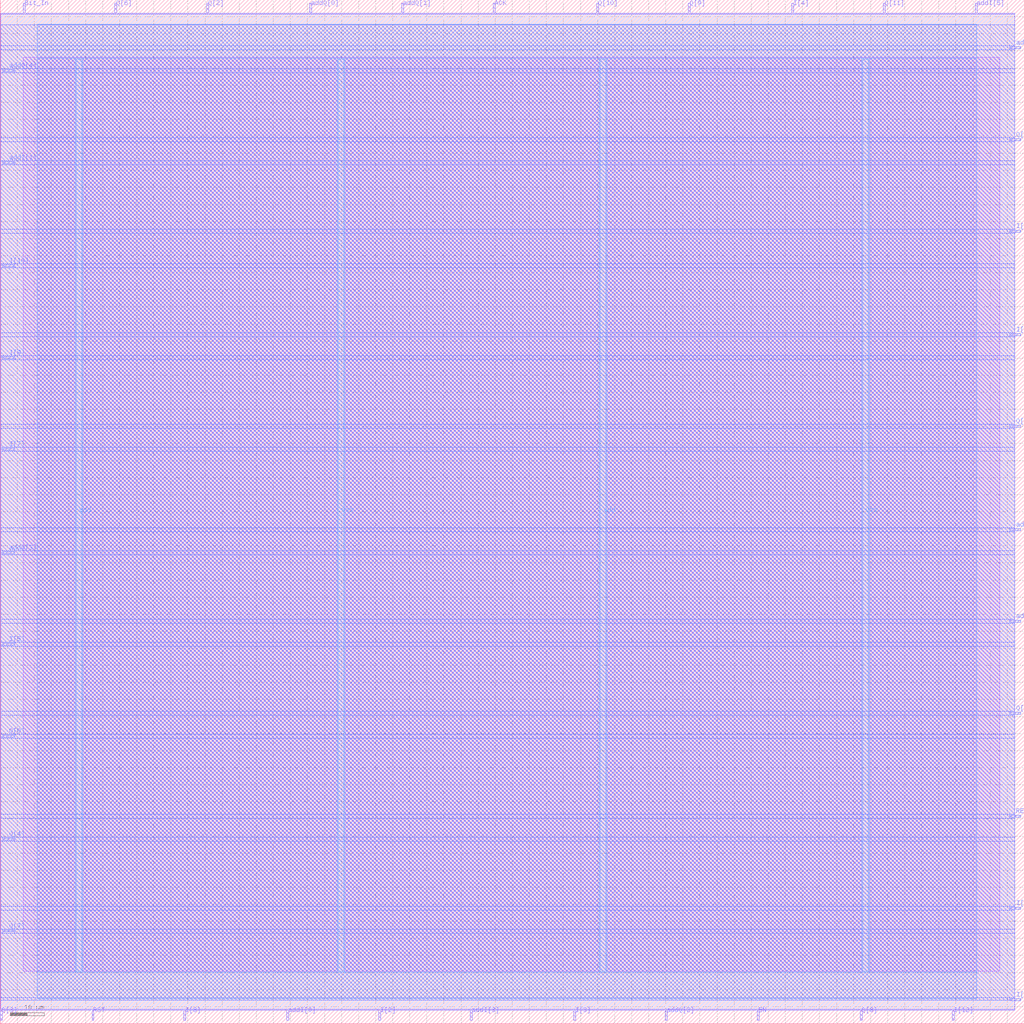
<source format=lef>
VERSION 5.7 ;
  NOWIREEXTENSIONATPIN ON ;
  DIVIDERCHAR "/" ;
  BUSBITCHARS "[]" ;
MACRO OQPSK_RCOSINE_ALL
  CLASS BLOCK ;
  FOREIGN OQPSK_RCOSINE_ALL ;
  ORIGIN 0.000 0.000 ;
  SIZE 300.000 BY 300.000 ;
  PIN ACK
    DIRECTION INPUT ;
    USE SIGNAL ;
    PORT
      LAYER Metal2 ;
        RECT 144.480 296.000 145.040 299.000 ;
    END
  END ACK
  PIN Bit_In
    DIRECTION INPUT ;
    USE SIGNAL ;
    PORT
      LAYER Metal2 ;
        RECT 6.720 296.000 7.280 299.000 ;
    END
  END Bit_In
  PIN EN
    DIRECTION INPUT ;
    USE SIGNAL ;
    PORT
      LAYER Metal2 ;
        RECT 221.760 1.000 222.320 4.000 ;
    END
  END EN
  PIN I[0]
    DIRECTION OUTPUT TRISTATE ;
    USE SIGNAL ;
    PORT
      LAYER Metal3 ;
        RECT 296.000 33.600 299.000 34.160 ;
    END
  END I[0]
  PIN I[10]
    DIRECTION OUTPUT TRISTATE ;
    USE SIGNAL ;
    PORT
      LAYER Metal3 ;
        RECT 1.000 221.760 4.000 222.320 ;
    END
  END I[10]
  PIN I[11]
    DIRECTION OUTPUT TRISTATE ;
    USE SIGNAL ;
    PORT
      LAYER Metal3 ;
        RECT 296.000 6.720 299.000 7.280 ;
    END
  END I[11]
  PIN I[12]
    DIRECTION OUTPUT TRISTATE ;
    USE SIGNAL ;
    PORT
      LAYER Metal2 ;
        RECT 278.880 1.000 279.440 4.000 ;
    END
  END I[12]
  PIN I[1]
    DIRECTION OUTPUT TRISTATE ;
    USE SIGNAL ;
    PORT
      LAYER Metal3 ;
        RECT 296.000 201.600 299.000 202.160 ;
    END
  END I[1]
  PIN I[2]
    DIRECTION OUTPUT TRISTATE ;
    USE SIGNAL ;
    PORT
      LAYER Metal2 ;
        RECT 110.880 1.000 111.440 4.000 ;
    END
  END I[2]
  PIN I[3]
    DIRECTION OUTPUT TRISTATE ;
    USE SIGNAL ;
    PORT
      LAYER Metal2 ;
        RECT 168.000 1.000 168.560 4.000 ;
    END
  END I[3]
  PIN I[4]
    DIRECTION OUTPUT TRISTATE ;
    USE SIGNAL ;
    PORT
      LAYER Metal2 ;
        RECT 231.840 296.000 232.400 299.000 ;
    END
  END I[4]
  PIN I[5]
    DIRECTION OUTPUT TRISTATE ;
    USE SIGNAL ;
    PORT
      LAYER Metal3 ;
        RECT 1.000 110.880 4.000 111.440 ;
    END
  END I[5]
  PIN I[6]
    DIRECTION OUTPUT TRISTATE ;
    USE SIGNAL ;
    PORT
      LAYER Metal3 ;
        RECT 296.000 231.840 299.000 232.400 ;
    END
  END I[6]
  PIN I[7]
    DIRECTION OUTPUT TRISTATE ;
    USE SIGNAL ;
    PORT
      LAYER Metal3 ;
        RECT 1.000 168.000 4.000 168.560 ;
    END
  END I[7]
  PIN I[8]
    DIRECTION OUTPUT TRISTATE ;
    USE SIGNAL ;
    PORT
      LAYER Metal2 ;
        RECT 53.760 1.000 54.320 4.000 ;
    END
  END I[8]
  PIN I[9]
    DIRECTION OUTPUT TRISTATE ;
    USE SIGNAL ;
    PORT
      LAYER Metal3 ;
        RECT 1.000 194.880 4.000 195.440 ;
    END
  END I[9]
  PIN Q[0]
    DIRECTION OUTPUT TRISTATE ;
    USE SIGNAL ;
    PORT
      LAYER Metal3 ;
        RECT 1.000 84.000 4.000 84.560 ;
    END
  END Q[0]
  PIN Q[10]
    DIRECTION OUTPUT TRISTATE ;
    USE SIGNAL ;
    PORT
      LAYER Metal2 ;
        RECT 174.720 296.000 175.280 299.000 ;
    END
  END Q[10]
  PIN Q[11]
    DIRECTION OUTPUT TRISTATE ;
    USE SIGNAL ;
    PORT
      LAYER Metal2 ;
        RECT 258.720 296.000 259.280 299.000 ;
    END
  END Q[11]
  PIN Q[12]
    DIRECTION OUTPUT TRISTATE ;
    USE SIGNAL ;
    PORT
      LAYER Metal3 ;
        RECT 296.000 90.720 299.000 91.280 ;
    END
  END Q[12]
  PIN Q[1]
    DIRECTION OUTPUT TRISTATE ;
    USE SIGNAL ;
    PORT
      LAYER Metal3 ;
        RECT 296.000 258.720 299.000 259.280 ;
    END
  END Q[1]
  PIN Q[2]
    DIRECTION OUTPUT TRISTATE ;
    USE SIGNAL ;
    PORT
      LAYER Metal2 ;
        RECT 60.480 296.000 61.040 299.000 ;
    END
  END Q[2]
  PIN Q[3]
    DIRECTION OUTPUT TRISTATE ;
    USE SIGNAL ;
    PORT
      LAYER Metal2 ;
        RECT 0.000 1.000 0.560 4.000 ;
    END
  END Q[3]
  PIN Q[4]
    DIRECTION OUTPUT TRISTATE ;
    USE SIGNAL ;
    PORT
      LAYER Metal3 ;
        RECT 1.000 53.760 4.000 54.320 ;
    END
  END Q[4]
  PIN Q[5]
    DIRECTION OUTPUT TRISTATE ;
    USE SIGNAL ;
    PORT
      LAYER Metal3 ;
        RECT 296.000 174.720 299.000 175.280 ;
    END
  END Q[5]
  PIN Q[6]
    DIRECTION OUTPUT TRISTATE ;
    USE SIGNAL ;
    PORT
      LAYER Metal2 ;
        RECT 33.600 296.000 34.160 299.000 ;
    END
  END Q[6]
  PIN Q[7]
    DIRECTION OUTPUT TRISTATE ;
    USE SIGNAL ;
    PORT
      LAYER Metal3 ;
        RECT 1.000 26.880 4.000 27.440 ;
    END
  END Q[7]
  PIN Q[8]
    DIRECTION OUTPUT TRISTATE ;
    USE SIGNAL ;
    PORT
      LAYER Metal2 ;
        RECT 252.000 1.000 252.560 4.000 ;
    END
  END Q[8]
  PIN Q[9]
    DIRECTION OUTPUT TRISTATE ;
    USE SIGNAL ;
    PORT
      LAYER Metal2 ;
        RECT 201.600 296.000 202.160 299.000 ;
    END
  END Q[9]
  PIN REQ_SAMPLE
    DIRECTION INPUT ;
    USE SIGNAL ;
    PORT
      LAYER Metal3 ;
        RECT 296.000 60.480 299.000 61.040 ;
    END
  END REQ_SAMPLE
  PIN RST
    DIRECTION INPUT ;
    USE SIGNAL ;
    PORT
      LAYER Metal2 ;
        RECT 26.880 1.000 27.440 4.000 ;
    END
  END RST
  PIN addI[0]
    DIRECTION OUTPUT TRISTATE ;
    USE SIGNAL ;
    PORT
      LAYER Metal2 ;
        RECT 84.000 1.000 84.560 4.000 ;
    END
  END addI[0]
  PIN addI[1]
    DIRECTION OUTPUT TRISTATE ;
    USE SIGNAL ;
    PORT
      LAYER Metal3 ;
        RECT 1.000 252.000 4.000 252.560 ;
    END
  END addI[1]
  PIN addI[2]
    DIRECTION OUTPUT TRISTATE ;
    USE SIGNAL ;
    PORT
      LAYER Metal3 ;
        RECT 296.000 117.600 299.000 118.160 ;
    END
  END addI[2]
  PIN addI[3]
    DIRECTION OUTPUT TRISTATE ;
    USE SIGNAL ;
    PORT
      LAYER Metal2 ;
        RECT 137.760 1.000 138.320 4.000 ;
    END
  END addI[3]
  PIN addI[4]
    DIRECTION OUTPUT TRISTATE ;
    USE SIGNAL ;
    PORT
      LAYER Metal3 ;
        RECT 296.000 285.600 299.000 286.160 ;
    END
  END addI[4]
  PIN addI[5]
    DIRECTION OUTPUT TRISTATE ;
    USE SIGNAL ;
    PORT
      LAYER Metal2 ;
        RECT 285.600 296.000 286.160 299.000 ;
    END
  END addI[5]
  PIN addQ[0]
    DIRECTION OUTPUT TRISTATE ;
    USE SIGNAL ;
    PORT
      LAYER Metal2 ;
        RECT 90.720 296.000 91.280 299.000 ;
    END
  END addQ[0]
  PIN addQ[1]
    DIRECTION OUTPUT TRISTATE ;
    USE SIGNAL ;
    PORT
      LAYER Metal2 ;
        RECT 117.600 296.000 118.160 299.000 ;
    END
  END addQ[1]
  PIN addQ[2]
    DIRECTION OUTPUT TRISTATE ;
    USE SIGNAL ;
    PORT
      LAYER Metal2 ;
        RECT 194.880 1.000 195.440 4.000 ;
    END
  END addQ[2]
  PIN addQ[3]
    DIRECTION OUTPUT TRISTATE ;
    USE SIGNAL ;
    PORT
      LAYER Metal3 ;
        RECT 1.000 137.760 4.000 138.320 ;
    END
  END addQ[3]
  PIN addQ[4]
    DIRECTION OUTPUT TRISTATE ;
    USE SIGNAL ;
    PORT
      LAYER Metal3 ;
        RECT 1.000 278.880 4.000 279.440 ;
    END
  END addQ[4]
  PIN addQ[5]
    DIRECTION OUTPUT TRISTATE ;
    USE SIGNAL ;
    PORT
      LAYER Metal3 ;
        RECT 296.000 144.480 299.000 145.040 ;
    END
  END addQ[5]
  PIN vdd
    DIRECTION INOUT ;
    USE POWER ;
    PORT
      LAYER Metal4 ;
        RECT 22.240 15.380 23.840 282.540 ;
    END
    PORT
      LAYER Metal4 ;
        RECT 175.840 15.380 177.440 282.540 ;
    END
  END vdd
  PIN vss
    DIRECTION INOUT ;
    USE GROUND ;
    PORT
      LAYER Metal4 ;
        RECT 99.040 15.380 100.640 282.540 ;
    END
    PORT
      LAYER Metal4 ;
        RECT 252.640 15.380 254.240 282.540 ;
    END
  END vss
  OBS
      LAYER Metal1 ;
        RECT 6.720 15.380 292.880 283.210 ;
      LAYER Metal2 ;
        RECT 0.140 295.700 6.420 296.000 ;
        RECT 7.580 295.700 33.300 296.000 ;
        RECT 34.460 295.700 60.180 296.000 ;
        RECT 61.340 295.700 90.420 296.000 ;
        RECT 91.580 295.700 117.300 296.000 ;
        RECT 118.460 295.700 144.180 296.000 ;
        RECT 145.340 295.700 174.420 296.000 ;
        RECT 175.580 295.700 201.300 296.000 ;
        RECT 202.460 295.700 231.540 296.000 ;
        RECT 232.700 295.700 258.420 296.000 ;
        RECT 259.580 295.700 285.300 296.000 ;
        RECT 286.460 295.700 297.220 296.000 ;
        RECT 0.140 4.300 297.220 295.700 ;
        RECT 0.860 4.000 26.580 4.300 ;
        RECT 27.740 4.000 53.460 4.300 ;
        RECT 54.620 4.000 83.700 4.300 ;
        RECT 84.860 4.000 110.580 4.300 ;
        RECT 111.740 4.000 137.460 4.300 ;
        RECT 138.620 4.000 167.700 4.300 ;
        RECT 168.860 4.000 194.580 4.300 ;
        RECT 195.740 4.000 221.460 4.300 ;
        RECT 222.620 4.000 251.700 4.300 ;
        RECT 252.860 4.000 278.580 4.300 ;
        RECT 279.740 4.000 297.220 4.300 ;
      LAYER Metal3 ;
        RECT 0.090 286.460 297.270 292.740 ;
        RECT 0.090 285.300 295.700 286.460 ;
        RECT 0.090 279.740 297.270 285.300 ;
        RECT 0.090 278.580 0.700 279.740 ;
        RECT 4.300 278.580 297.270 279.740 ;
        RECT 0.090 259.580 297.270 278.580 ;
        RECT 0.090 258.420 295.700 259.580 ;
        RECT 0.090 252.860 297.270 258.420 ;
        RECT 0.090 251.700 0.700 252.860 ;
        RECT 4.300 251.700 297.270 252.860 ;
        RECT 0.090 232.700 297.270 251.700 ;
        RECT 0.090 231.540 295.700 232.700 ;
        RECT 0.090 222.620 297.270 231.540 ;
        RECT 0.090 221.460 0.700 222.620 ;
        RECT 4.300 221.460 297.270 222.620 ;
        RECT 0.090 202.460 297.270 221.460 ;
        RECT 0.090 201.300 295.700 202.460 ;
        RECT 0.090 195.740 297.270 201.300 ;
        RECT 0.090 194.580 0.700 195.740 ;
        RECT 4.300 194.580 297.270 195.740 ;
        RECT 0.090 175.580 297.270 194.580 ;
        RECT 0.090 174.420 295.700 175.580 ;
        RECT 0.090 168.860 297.270 174.420 ;
        RECT 0.090 167.700 0.700 168.860 ;
        RECT 4.300 167.700 297.270 168.860 ;
        RECT 0.090 145.340 297.270 167.700 ;
        RECT 0.090 144.180 295.700 145.340 ;
        RECT 0.090 138.620 297.270 144.180 ;
        RECT 0.090 137.460 0.700 138.620 ;
        RECT 4.300 137.460 297.270 138.620 ;
        RECT 0.090 118.460 297.270 137.460 ;
        RECT 0.090 117.300 295.700 118.460 ;
        RECT 0.090 111.740 297.270 117.300 ;
        RECT 0.090 110.580 0.700 111.740 ;
        RECT 4.300 110.580 297.270 111.740 ;
        RECT 0.090 91.580 297.270 110.580 ;
        RECT 0.090 90.420 295.700 91.580 ;
        RECT 0.090 84.860 297.270 90.420 ;
        RECT 0.090 83.700 0.700 84.860 ;
        RECT 4.300 83.700 297.270 84.860 ;
        RECT 0.090 61.340 297.270 83.700 ;
        RECT 0.090 60.180 295.700 61.340 ;
        RECT 0.090 54.620 297.270 60.180 ;
        RECT 0.090 53.460 0.700 54.620 ;
        RECT 4.300 53.460 297.270 54.620 ;
        RECT 0.090 34.460 297.270 53.460 ;
        RECT 0.090 33.300 295.700 34.460 ;
        RECT 0.090 27.740 297.270 33.300 ;
        RECT 0.090 26.580 0.700 27.740 ;
        RECT 4.300 26.580 297.270 27.740 ;
        RECT 0.090 7.580 297.270 26.580 ;
        RECT 0.090 6.860 295.700 7.580 ;
      LAYER Metal4 ;
        RECT 10.780 282.840 286.020 292.790 ;
        RECT 10.780 15.080 21.940 282.840 ;
        RECT 24.140 15.080 98.740 282.840 ;
        RECT 100.940 15.080 175.540 282.840 ;
        RECT 177.740 15.080 252.340 282.840 ;
        RECT 254.540 15.080 286.020 282.840 ;
        RECT 10.780 7.370 286.020 15.080 ;
  END
END OQPSK_RCOSINE_ALL
END LIBRARY


</source>
